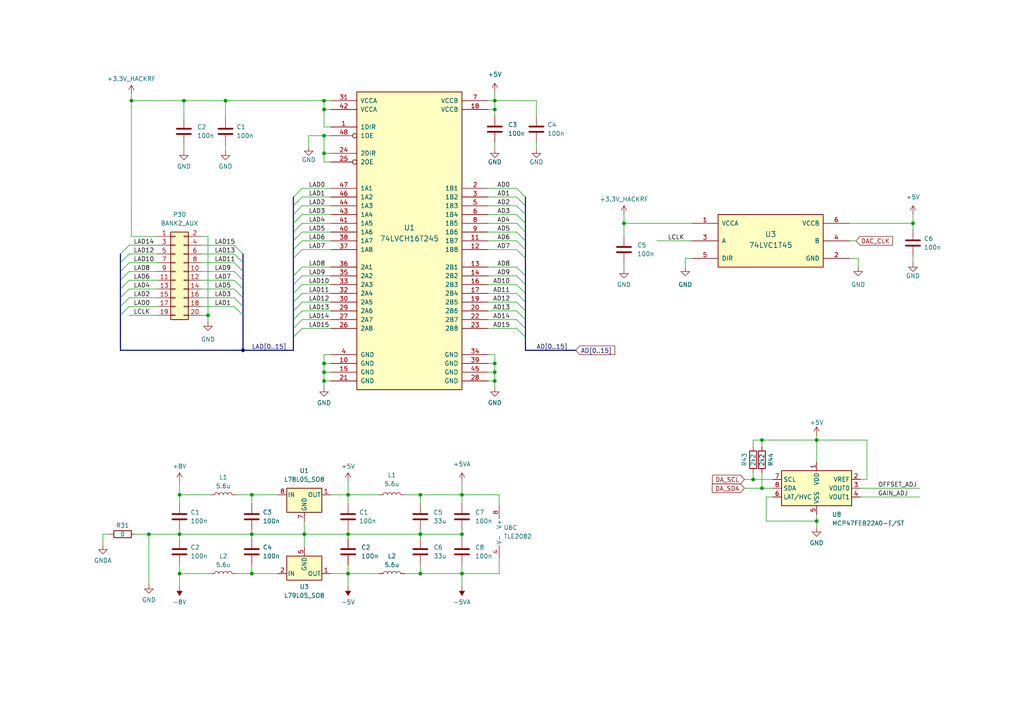
<source format=kicad_sch>
(kicad_sch (version 20230121) (generator eeschema)
  (paper "A4")
  (title_block (title "${TITLE}") (date "${DATE}") (rev "${VERSION}") (company "${COPYRIGHT}") (comment 1 "${LICENSE}") (comment 2 "VIDEO INTERFACE / POWER"))
  (lib_symbols
    (symbol "+3.3v_hackrf:+3.3V_HACKRF" (power) (pin_names (offset 0))
      (property "Value" "+3.3V_HACKRF" (at 0 5.08 0))
      (symbol "+3.3V_HACKRF_0_1"
        (polyline (pts (xy -0.762 1.27) (xy 0 2.54)))
        (polyline (pts (xy 0 0) (xy 0 2.54)))
        (polyline (pts (xy 0 2.54) (xy 0.762 1.27)))
      )
      (symbol "+3.3V_HACKRF_1_0"
        (pin power_in line (at 0 0 90) (length 0) hide (name "+3.3V_HACKRF") (number "1"))
      )
    )
    (symbol "74lvc16t245:74LVC16T245" (pin_names (offset 1.016))
      (property "Reference" "U1" (at 0 46.355 0))
      (property "Value" "74LVC16T245" (at 0 43.815 0))
      (symbol "74LVC16T245_1_1"
        (rectangle (start -15.24 41.91) (end 15.24 -44.45) (stroke (width 0.254)) (fill (type background)))
        (pin input line (at -22.86 31.75 0) (length 7.62) (name "1DIR") (number "1"))
        (pin power_in line (at -22.86 -36.83 0) (length 7.62) (name "GND") (number "10"))
        (pin bidirectional line (at 22.86 -1.27 180) (length 7.62) (name "1B7") (number "11"))
        (pin bidirectional line (at 22.86 -3.81 180) (length 7.62) (name "1B8") (number "12"))
        (pin bidirectional line (at 22.86 -8.89 180) (length 7.62) (name "2B1") (number "13"))
        (pin bidirectional line (at 22.86 -11.43 180) (length 7.62) (name "2B2") (number "14"))
        (pin power_in line (at -22.86 -39.37 0) (length 7.62) (name "GND") (number "15"))
        (pin bidirectional line (at 22.86 -13.97 180) (length 7.62) (name "2B3") (number "16"))
        (pin bidirectional line (at 22.86 -16.51 180) (length 7.62) (name "2B4") (number "17"))
        (pin power_in line (at 22.86 36.83 180) (length 7.62) (name "VCCB") (number "18"))
        (pin bidirectional line (at 22.86 -19.05 180) (length 7.62) (name "2B5") (number "19"))
        (pin bidirectional line (at 22.86 13.97 180) (length 7.62) (name "1B1") (number "2"))
        (pin bidirectional line (at 22.86 -21.59 180) (length 7.62) (name "2B6") (number "20"))
        (pin power_in line (at -22.86 -41.91 0) (length 7.62) (name "GND") (number "21"))
        (pin bidirectional line (at 22.86 -24.13 180) (length 7.62) (name "2B7") (number "22"))
        (pin bidirectional line (at 22.86 -26.67 180) (length 7.62) (name "2B8") (number "23"))
        (pin input line (at -22.86 24.13 0) (length 7.62) (name "2DIR") (number "24"))
        (pin input inverted (at -22.86 21.59 0) (length 7.62) (name "2OE") (number "25"))
        (pin bidirectional line (at -22.86 -26.67 0) (length 7.62) (name "2A8") (number "26"))
        (pin bidirectional line (at -22.86 -24.13 0) (length 7.62) (name "2A7") (number "27"))
        (pin power_in line (at 22.86 -41.91 180) (length 7.62) (name "GND") (number "28"))
        (pin bidirectional line (at -22.86 -21.59 0) (length 7.62) (name "2A6") (number "29"))
        (pin bidirectional line (at 22.86 11.43 180) (length 7.62) (name "1B2") (number "3"))
        (pin bidirectional line (at -22.86 -19.05 0) (length 7.62) (name "2A5") (number "30"))
        (pin power_in line (at -22.86 39.37 0) (length 7.62) (name "VCCA") (number "31"))
        (pin bidirectional line (at -22.86 -16.51 0) (length 7.62) (name "2A4") (number "32"))
        (pin bidirectional line (at -22.86 -13.97 0) (length 7.62) (name "2A3") (number "33"))
        (pin power_in line (at 22.86 -34.29 180) (length 7.62) (name "GND") (number "34"))
        (pin bidirectional line (at -22.86 -11.43 0) (length 7.62) (name "2A2") (number "35"))
        (pin bidirectional line (at -22.86 -8.89 0) (length 7.62) (name "2A1") (number "36"))
        (pin bidirectional line (at -22.86 -3.81 0) (length 7.62) (name "1A8") (number "37"))
        (pin bidirectional line (at -22.86 -1.27 0) (length 7.62) (name "1A7") (number "38"))
        (pin power_in line (at 22.86 -36.83 180) (length 7.62) (name "GND") (number "39"))
        (pin power_in line (at -22.86 -34.29 0) (length 7.62) (name "GND") (number "4"))
        (pin bidirectional line (at -22.86 1.27 0) (length 7.62) (name "1A6") (number "40"))
        (pin bidirectional line (at -22.86 3.81 0) (length 7.62) (name "1A5") (number "41"))
        (pin power_in line (at -22.86 36.83 0) (length 7.62) (name "VCCA") (number "42"))
        (pin bidirectional line (at -22.86 6.35 0) (length 7.62) (name "1A4") (number "43"))
        (pin bidirectional line (at -22.86 8.89 0) (length 7.62) (name "1A3") (number "44"))
        (pin power_in line (at 22.86 -39.37 180) (length 7.62) (name "GND") (number "45"))
        (pin bidirectional line (at -22.86 11.43 0) (length 7.62) (name "1A2") (number "46"))
        (pin bidirectional line (at -22.86 13.97 0) (length 7.62) (name "1A1") (number "47"))
        (pin input inverted (at -22.86 29.21 0) (length 7.62) (name "1OE") (number "48"))
        (pin bidirectional line (at 22.86 8.89 180) (length 7.62) (name "1B3") (number "5"))
        (pin bidirectional line (at 22.86 6.35 180) (length 7.62) (name "1B4") (number "6"))
        (pin power_in line (at 22.86 39.37 180) (length 7.62) (name "VCCB") (number "7"))
        (pin bidirectional line (at 22.86 3.81 180) (length 7.62) (name "1B5") (number "8"))
        (pin bidirectional line (at 22.86 1.27 180) (length 7.62) (name "1B6") (number "9"))
      )
    )
    (symbol "74lvc1t45:74LVC1T45" (pin_names (offset 1.016))
      (property "Reference" "U3" (at 1.27 12.065 0))
      (property "Value" "74LVC1T45" (at 1.27 9.525 0))
      (symbol "74LVC1T45_1_1"
        (rectangle (start -13.97 7.62) (end 16.51 -7.62) (stroke (width 0.254)) (fill (type background)))
        (pin power_in line (at -21.59 5.08 0) (length 7.62) (name "VCCA") (number "1"))
        (pin power_in line (at 24.13 -5.08 180) (length 7.62) (name "GND") (number "2"))
        (pin bidirectional line (at -21.59 0 0) (length 7.62) (name "A") (number "3"))
        (pin bidirectional line (at 24.13 0 180) (length 7.62) (name "B") (number "4"))
        (pin input line (at -21.59 -5.08 0) (length 7.62) (name "DIR") (number "5"))
        (pin power_in line (at 24.13 5.08 180) (length 7.62) (name "VCCB") (number "6"))
      )
    )
    (symbol "Amplifier_Operational:AD8620" (pin_names (offset 0.127))
      (property "Reference" "U" (at 0 5.08 0))
      (property "Value" "AD8620" (at 0 -5.08 0))
      (symbol "AD8620_1_1"
        (polyline (pts (xy -5.08 5.08) (xy 5.08 0) (xy -5.08 -5.08) (xy -5.08 5.08)) (stroke (width 0.254)) (fill (type background)))
        (pin output line (at 7.62 0 180) (length 2.54) (name "~") (number "1"))
        (pin input line (at -7.62 -2.54 0) (length 2.54) (name "-") (number "2"))
        (pin input line (at -7.62 2.54 0) (length 2.54) (name "+") (number "3"))
      )
      (symbol "AD8620_2_1"
        (polyline (pts (xy -5.08 5.08) (xy 5.08 0) (xy -5.08 -5.08) (xy -5.08 5.08)) (stroke (width 0.254)) (fill (type background)))
        (pin input line (at -7.62 2.54 0) (length 2.54) (name "+") (number "5"))
        (pin input line (at -7.62 -2.54 0) (length 2.54) (name "-") (number "6"))
        (pin output line (at 7.62 0 180) (length 2.54) (name "~") (number "7"))
      )
      (symbol "AD8620_3_1"
        (pin power_in line (at -2.54 -7.62 90) (length 3.81) (name "V-") (number "4"))
        (pin power_in line (at -2.54 7.62 270) (length 3.81) (name "V+") (number "8"))
      )
    )
    (symbol "Connector_Generic:Conn_02x10_Odd_Even" (pin_names (offset 1.016) hide)
      (property "Reference" "J" (at 1.27 12.7 0))
      (property "Value" "Conn_02x10_Odd_Even" (at 1.27 -15.24 0))
      (symbol "Conn_02x10_Odd_Even_1_1"
        (rectangle (start -1.27 -12.573) (end 0 -12.827) (stroke (width 0.1524)))
        (rectangle (start -1.27 -10.033) (end 0 -10.287) (stroke (width 0.1524)))
        (rectangle (start -1.27 -7.493) (end 0 -7.747) (stroke (width 0.1524)))
        (rectangle (start -1.27 -4.953) (end 0 -5.207) (stroke (width 0.1524)))
        (rectangle (start -1.27 -2.413) (end 0 -2.667) (stroke (width 0.1524)))
        (rectangle (start -1.27 0.127) (end 0 -0.127) (stroke (width 0.1524)))
        (rectangle (start -1.27 2.667) (end 0 2.413) (stroke (width 0.1524)))
        (rectangle (start -1.27 5.207) (end 0 4.953) (stroke (width 0.1524)))
        (rectangle (start -1.27 7.747) (end 0 7.493) (stroke (width 0.1524)))
        (rectangle (start -1.27 10.287) (end 0 10.033) (stroke (width 0.1524)))
        (rectangle (start -1.27 11.43) (end 3.81 -13.97) (stroke (width 0.254)) (fill (type background)))
        (rectangle (start 3.81 -12.573) (end 2.54 -12.827) (stroke (width 0.1524)))
        (rectangle (start 3.81 -10.033) (end 2.54 -10.287) (stroke (width 0.1524)))
        (rectangle (start 3.81 -7.493) (end 2.54 -7.747) (stroke (width 0.1524)))
        (rectangle (start 3.81 -4.953) (end 2.54 -5.207) (stroke (width 0.1524)))
        (rectangle (start 3.81 -2.413) (end 2.54 -2.667) (stroke (width 0.1524)))
        (rectangle (start 3.81 0.127) (end 2.54 -0.127) (stroke (width 0.1524)))
        (rectangle (start 3.81 2.667) (end 2.54 2.413) (stroke (width 0.1524)))
        (rectangle (start 3.81 5.207) (end 2.54 4.953) (stroke (width 0.1524)))
        (rectangle (start 3.81 7.747) (end 2.54 7.493) (stroke (width 0.1524)))
        (rectangle (start 3.81 10.287) (end 2.54 10.033) (stroke (width 0.1524)))
        (pin passive line (at -5.08 10.16 0) (length 3.81) (name "Pin_1") (number "1"))
        (pin passive line (at 7.62 0 180) (length 3.81) (name "Pin_10") (number "10"))
        (pin passive line (at -5.08 -2.54 0) (length 3.81) (name "Pin_11") (number "11"))
        (pin passive line (at 7.62 -2.54 180) (length 3.81) (name "Pin_12") (number "12"))
        (pin passive line (at -5.08 -5.08 0) (length 3.81) (name "Pin_13") (number "13"))
        (pin passive line (at 7.62 -5.08 180) (length 3.81) (name "Pin_14") (number "14"))
        (pin passive line (at -5.08 -7.62 0) (length 3.81) (name "Pin_15") (number "15"))
        (pin passive line (at 7.62 -7.62 180) (length 3.81) (name "Pin_16") (number "16"))
        (pin passive line (at -5.08 -10.16 0) (length 3.81) (name "Pin_17") (number "17"))
        (pin passive line (at 7.62 -10.16 180) (length 3.81) (name "Pin_18") (number "18"))
        (pin passive line (at -5.08 -12.7 0) (length 3.81) (name "Pin_19") (number "19"))
        (pin passive line (at 7.62 10.16 180) (length 3.81) (name "Pin_2") (number "2"))
        (pin passive line (at 7.62 -12.7 180) (length 3.81) (name "Pin_20") (number "20"))
        (pin passive line (at -5.08 7.62 0) (length 3.81) (name "Pin_3") (number "3"))
        (pin passive line (at 7.62 7.62 180) (length 3.81) (name "Pin_4") (number "4"))
        (pin passive line (at -5.08 5.08 0) (length 3.81) (name "Pin_5") (number "5"))
        (pin passive line (at 7.62 5.08 180) (length 3.81) (name "Pin_6") (number "6"))
        (pin passive line (at -5.08 2.54 0) (length 3.81) (name "Pin_7") (number "7"))
        (pin passive line (at 7.62 2.54 180) (length 3.81) (name "Pin_8") (number "8"))
        (pin passive line (at -5.08 0 0) (length 3.81) (name "Pin_9") (number "9"))
      )
    )
    (symbol "Device:C" (pin_numbers hide) (pin_names (offset 0.254))
      (property "Reference" "C" (at 0.635 2.54 0))
      (property "Value" "C" (at 0.635 -2.54 0))
      (symbol "C_0_1"
        (polyline (pts (xy -2.032 -0.762) (xy 2.032 -0.762)) (stroke (width 0.508)))
        (polyline (pts (xy -2.032 0.762) (xy 2.032 0.762)) (stroke (width 0.508)))
      )
      (symbol "C_1_1"
        (pin passive line (at 0 3.81 270) (length 2.794) (name "~") (number "1"))
        (pin passive line (at 0 -3.81 90) (length 2.794) (name "~") (number "2"))
      )
    )
    (symbol "Device:L" (pin_numbers hide) (pin_names (offset 1.016) hide)
      (property "Reference" "L" (at -1.27 0 90))
      (property "Value" "L" (at 1.905 0 90))
      (symbol "L_0_1"
        (arc (start 0 -2.54) (mid 0.6323 -1.905) (end 0 -1.27))
        (arc (start 0 -1.27) (mid 0.6323 -0.635) (end 0 0))
        (arc (start 0 0) (mid 0.6323 0.635) (end 0 1.27))
        (arc (start 0 1.27) (mid 0.6323 1.905) (end 0 2.54))
      )
      (symbol "L_1_1"
        (pin passive line (at 0 3.81 270) (length 1.27) (name "1") (number "1"))
        (pin passive line (at 0 -3.81 90) (length 1.27) (name "2") (number "2"))
      )
    )
    (symbol "Device:R" (pin_numbers hide) (pin_names (offset 0))
      (property "Reference" "R" (at 2.032 0 90))
      (property "Value" "R" (at 0 0 90))
      (symbol "R_0_1"
        (rectangle (start -1.016 -2.54) (end 1.016 2.54) (stroke (width 0.254)))
      )
      (symbol "R_1_1"
        (pin passive line (at 0 3.81 270) (length 1.27) (name "~") (number "1"))
        (pin passive line (at 0 -3.81 90) (length 1.27) (name "~") (number "2"))
      )
    )
    (symbol "Regulator_Linear:L78L05_SO8" (pin_names (offset 0.254))
      (property "Reference" "U" (at -3.81 3.175 0))
      (property "Value" "L78L05_SO8" (at 0 3.175 0))
      (symbol "L78L05_SO8_0_1"
        (rectangle (start -5.08 1.905) (end 5.08 -5.08) (stroke (width 0.254)) (fill (type background)))
      )
      (symbol "L78L05_SO8_1_1"
        (pin power_out line (at 7.62 0 180) (length 2.54) (name "OUT") (number "1"))
        (pin passive line (at 0 -7.62 90) (length 2.54) hide (name "GND") (number "2"))
        (pin passive line (at 0 -7.62 90) (length 2.54) hide (name "GND") (number "3"))
        (pin no_connect line (at -5.08 -2.54 0) (length 2.54) hide (name "NC") (number "4"))
        (pin no_connect line (at 5.08 -2.54 180) (length 2.54) hide (name "NC") (number "5"))
        (pin passive line (at 0 -7.62 90) (length 2.54) hide (name "GND") (number "6"))
        (pin power_in line (at 0 -7.62 90) (length 2.54) (name "GND") (number "7"))
        (pin power_in line (at -7.62 0 0) (length 2.54) (name "IN") (number "8"))
      )
    )
    (symbol "Regulator_Linear:L79L05_SO8" (pin_names (offset 0.254))
      (property "Reference" "U" (at -3.81 -3.175 0))
      (property "Value" "L79L05_SO8" (at 0 -3.175 0))
      (symbol "L79L05_SO8_0_1"
        (rectangle (start -5.08 5.08) (end 5.08 -1.905) (stroke (width 0.254)) (fill (type background)))
      )
      (symbol "L79L05_SO8_1_1"
        (pin power_out line (at 7.62 0 180) (length 2.54) (name "OUT") (number "1"))
        (pin power_in line (at -7.62 0 0) (length 2.54) (name "IN") (number "2"))
        (pin passive line (at -7.62 0 0) (length 2.54) hide (name "IN") (number "3"))
        (pin no_connect line (at 5.08 2.54 180) (length 2.54) hide (name "NC") (number "4"))
        (pin power_in line (at 0 7.62 270) (length 2.54) (name "GND") (number "5"))
        (pin passive line (at -7.62 0 0) (length 2.54) hide (name "IN") (number "6"))
        (pin passive line (at -7.62 0 0) (length 2.54) hide (name "IN") (number "7"))
        (pin no_connect line (at -5.08 2.54 0) (length 2.54) hide (name "NC") (number "8"))
      )
    )
    (symbol "mcp47febxx:MCP47FEBXX"
      (property "Reference" "U8" (at 21.59 6.35 0))
      (property "Value" "MCP47FEBXX" (at 10.16 6.35 0))
      (symbol "MCP47FEBXX_0_1"
        (rectangle (start -10.16 5.08) (end 10.16 -5.08) (stroke (width 0.254)) (fill (type background)))
      )
      (symbol "MCP47FEBXX_1_1"
        (pin power_in line (at 0 7.62 270) (length 2.54) (name "VDD") (number "1"))
        (pin output line (at 12.7 2.54 180) (length 2.54) (name "VREF") (number "2"))
        (pin output line (at 12.7 0 180) (length 2.54) (name "VOUT0") (number "3"))
        (pin output line (at 12.7 -2.54 180) (length 2.54) (name "VOUT1") (number "4"))
        (pin power_in line (at 0 -7.62 90) (length 2.54) (name "VSS") (number "5"))
        (pin input line (at -12.7 -2.54 0) (length 2.54) (name "LAT/HVC") (number "6"))
        (pin input line (at -12.7 2.54 0) (length 2.54) (name "SCL") (number "7"))
        (pin bidirectional line (at -12.7 0 0) (length 2.54) (name "SDA") (number "8"))
      )
    )
    (symbol "power:+5V" (power) (pin_names (offset 0))
      (property "Value" "+5V" (at 0 3.556 0))
      (symbol "+5V_0_1"
        (polyline (pts (xy -0.762 1.27) (xy 0 2.54)))
        (polyline (pts (xy 0 0) (xy 0 2.54)))
        (polyline (pts (xy 0 2.54) (xy 0.762 1.27)))
      )
      (symbol "+5V_1_1"
        (pin power_in line (at 0 0 90) (length 0) hide (name "+5V") (number "1"))
      )
    )
    (symbol "power:+5VA" (power) (pin_names (offset 0))
      (property "Value" "+5VA" (at 0 3.556 0))
      (symbol "+5VA_0_1"
        (polyline (pts (xy -0.762 1.27) (xy 0 2.54)))
        (polyline (pts (xy 0 0) (xy 0 2.54)))
        (polyline (pts (xy 0 2.54) (xy 0.762 1.27)))
      )
      (symbol "+5VA_1_1"
        (pin power_in line (at 0 0 90) (length 0) hide (name "+5VA") (number "1"))
      )
    )
    (symbol "power:+8V" (power) (pin_names (offset 0))
      (property "Value" "+8V" (at 0 3.556 0))
      (symbol "+8V_0_1"
        (polyline (pts (xy -0.762 1.27) (xy 0 2.54)))
        (polyline (pts (xy 0 0) (xy 0 2.54)))
        (polyline (pts (xy 0 2.54) (xy 0.762 1.27)))
      )
      (symbol "+8V_1_1"
        (pin power_in line (at 0 0 90) (length 0) hide (name "+8V") (number "1"))
      )
    )
    (symbol "power:-5V" (power) (pin_names (offset 0))
      (property "Value" "-5V" (at 0 3.81 0))
      (symbol "-5V_0_0"
        (pin power_in line (at 0 0 90) (length 0) hide (name "-5V") (number "1"))
      )
      (symbol "-5V_0_1"
        (polyline (pts (xy 0 0) (xy 0 1.27) (xy 0.762 1.27) (xy 0 2.54) (xy -0.762 1.27) (xy 0 1.27)) (fill (type outline)))
      )
    )
    (symbol "power:-5VA" (power) (pin_names (offset 0))
      (property "Value" "-5VA" (at 0 3.81 0))
      (symbol "-5VA_0_0"
        (pin power_in line (at 0 0 90) (length 0) hide (name "-5VA") (number "1"))
      )
      (symbol "-5VA_0_1"
        (polyline (pts (xy 0 0) (xy 0 1.27) (xy 0.762 1.27) (xy 0 2.54) (xy -0.762 1.27) (xy 0 1.27)) (fill (type outline)))
      )
    )
    (symbol "power:-8V" (power) (pin_names (offset 0))
      (property "Value" "-8V" (at 0 3.81 0))
      (symbol "-8V_0_0"
        (pin power_in line (at 0 0 90) (length 0) hide (name "-8V") (number "1"))
      )
      (symbol "-8V_0_1"
        (polyline (pts (xy 0 0) (xy 0 1.27) (xy 0.762 1.27) (xy 0 2.54) (xy -0.762 1.27) (xy 0 1.27)) (fill (type outline)))
      )
    )
    (symbol "power:GND" (power) (pin_names (offset 0))
      (property "Value" "GND" (at 0 -3.81 0))
      (symbol "GND_0_1"
        (polyline (pts (xy 0 0) (xy 0 -1.27) (xy 1.27 -1.27) (xy 0 -2.54) (xy -1.27 -1.27) (xy 0 -1.27)))
      )
      (symbol "GND_1_1"
        (pin power_in line (at 0 0 270) (length 0) hide (name "GND") (number "1"))
      )
    )
    (symbol "power:GNDA" (power) (pin_names (offset 0))
      (property "Value" "GNDA" (at 0 -3.81 0))
      (symbol "GNDA_0_1"
        (polyline (pts (xy 0 0) (xy 0 -1.27) (xy 1.27 -1.27) (xy 0 -2.54) (xy -1.27 -1.27) (xy 0 -1.27)))
      )
      (symbol "GNDA_1_1"
        (pin power_in line (at 0 0 270) (length 0) hide (name "GNDA") (number "1"))
      )
    )
  )
  (junction (at 100.965 154.94))
  (junction (at 121.92 154.94))
  (junction (at 133.985 143.51))
  (junction (at 93.98 29.21))
  (junction (at 133.985 154.94))
  (junction (at 43.18 154.94))
  (junction (at 143.51 31.75))
  (junction (at 93.98 39.37))
  (junction (at 180.975 64.77))
  (junction (at 65.405 29.21))
  (junction (at 52.07 166.37))
  (junction (at 60.325 91.44))
  (junction (at 88.265 154.94))
  (junction (at 52.07 154.94))
  (junction (at 93.98 44.45))
  (junction (at 236.855 127.635))
  (junction (at 70.485 101.6))
  (junction (at 93.98 110.49))
  (junction (at 53.34 29.21))
  (junction (at 121.92 143.51))
  (junction (at 93.98 31.75))
  (junction (at 93.98 107.95))
  (junction (at 143.51 29.21))
  (junction (at 133.985 166.37))
  (junction (at 100.965 143.51))
  (junction (at 143.51 107.95))
  (junction (at 121.92 166.37))
  (junction (at 100.965 166.37))
  (junction (at 220.98 141.605))
  (junction (at 143.51 105.41))
  (junction (at 220.98 127.635))
  (junction (at 218.44 139.065))
  (junction (at 73.025 154.94))
  (junction (at 52.07 143.51))
  (junction (at 93.98 105.41))
  (junction (at 264.795 64.77))
  (junction (at 73.025 166.37))
  (junction (at 143.51 110.49))
  (junction (at 38.1 29.21))
  (junction (at 236.855 151.13))
  (junction (at 73.025 143.51))
  (bus_entry (at 87.63 67.31) (size -2.54 2.54))
  (bus_entry (at 149.86 67.31) (size 2.54 2.54))
  (bus_entry (at 87.63 64.77) (size -2.54 2.54))
  (bus_entry (at 67.945 83.82) (size 2.54 2.54))
  (bus_entry (at 149.86 59.69) (size 2.54 2.54))
  (bus_entry (at 149.86 54.61) (size 2.54 2.54))
  (bus_entry (at 34.925 73.66) (size 2.54 -2.54))
  (bus_entry (at 34.925 83.82) (size 2.54 -2.54))
  (bus_entry (at 87.63 72.39) (size -2.54 2.54))
  (bus_entry (at 34.925 81.28) (size 2.54 -2.54))
  (bus_entry (at 87.63 69.85) (size -2.54 2.54))
  (bus_entry (at 149.86 95.25) (size 2.54 2.54))
  (bus_entry (at 34.925 88.9) (size 2.54 -2.54))
  (bus_entry (at 67.945 86.36) (size 2.54 2.54))
  (bus_entry (at 87.63 80.01) (size -2.54 2.54))
  (bus_entry (at 149.86 77.47) (size 2.54 2.54))
  (bus_entry (at 87.63 85.09) (size -2.54 2.54))
  (bus_entry (at 87.63 87.63) (size -2.54 2.54))
  (bus_entry (at 149.86 85.09) (size 2.54 2.54))
  (bus_entry (at 149.86 72.39) (size 2.54 2.54))
  (bus_entry (at 87.63 62.23) (size -2.54 2.54))
  (bus_entry (at 87.63 77.47) (size -2.54 2.54))
  (bus_entry (at 34.925 91.44) (size 2.54 -2.54))
  (bus_entry (at 34.925 86.36) (size 2.54 -2.54))
  (bus_entry (at 87.63 92.71) (size -2.54 2.54))
  (bus_entry (at 34.925 78.74) (size 2.54 -2.54))
  (bus_entry (at 149.86 87.63) (size 2.54 2.54))
  (bus_entry (at 67.945 73.66) (size 2.54 2.54))
  (bus_entry (at 67.945 81.28) (size 2.54 2.54))
  (bus_entry (at 149.86 62.23) (size 2.54 2.54))
  (bus_entry (at 87.63 57.15) (size -2.54 2.54))
  (bus_entry (at 87.63 54.61) (size -2.54 2.54))
  (bus_entry (at 149.86 57.15) (size 2.54 2.54))
  (bus_entry (at 67.945 78.74) (size 2.54 2.54))
  (bus_entry (at 87.63 59.69) (size -2.54 2.54))
  (bus_entry (at 149.86 92.71) (size 2.54 2.54))
  (bus_entry (at 87.63 82.55) (size -2.54 2.54))
  (bus_entry (at 149.86 64.77) (size 2.54 2.54))
  (bus_entry (at 149.86 82.55) (size 2.54 2.54))
  (bus_entry (at 67.945 88.9) (size 2.54 2.54))
  (bus_entry (at 67.945 76.2) (size 2.54 2.54))
  (bus_entry (at 149.86 80.01) (size 2.54 2.54))
  (bus_entry (at 87.63 95.25) (size -2.54 2.54))
  (bus_entry (at 67.945 71.12) (size 2.54 2.54))
  (bus_entry (at 149.86 90.17) (size 2.54 2.54))
  (bus_entry (at 149.86 69.85) (size 2.54 2.54))
  (bus_entry (at 34.925 76.2) (size 2.54 -2.54))
  (bus_entry (at 87.63 90.17) (size -2.54 2.54))
  (wire (pts (xy 149.86 90.17) (xy 141.605 90.17)))
  (wire (pts (xy 93.98 44.45) (xy 95.885 44.45)))
  (bus (pts (xy 152.4 80.01) (xy 152.4 74.93)))
  (wire (pts (xy 141.605 31.75) (xy 143.51 31.75)))
  (wire (pts (xy 236.855 151.13) (xy 236.855 149.225)))
  (wire (pts (xy 149.86 77.47) (xy 141.605 77.47)))
  (wire (pts (xy 149.86 85.09) (xy 141.605 85.09)))
  (wire (pts (xy 58.42 81.28) (xy 67.945 81.28)))
  (wire (pts (xy 220.98 141.605) (xy 224.155 141.605)))
  (wire (pts (xy 87.63 82.55) (xy 95.885 82.55)))
  (wire (pts (xy 87.63 67.31) (xy 95.885 67.31)))
  (wire (pts (xy 100.965 153.67) (xy 100.965 154.94)))
  (wire (pts (xy 117.475 166.37) (xy 121.92 166.37)))
  (wire (pts (xy 89.535 39.37) (xy 89.535 42.545)))
  (wire (pts (xy 93.98 39.37) (xy 89.535 39.37)))
  (wire (pts (xy 52.07 143.51) (xy 60.96 143.51)))
  (wire (pts (xy 93.98 105.41) (xy 93.98 107.95)))
  (wire (pts (xy 58.42 88.9) (xy 67.945 88.9)))
  (bus (pts (xy 152.4 95.25) (xy 152.4 92.71)))
  (bus (pts (xy 85.09 69.85) (xy 85.09 67.31)))
  (bus (pts (xy 152.4 62.23) (xy 152.4 59.69)))
  (wire (pts (xy 73.025 143.51) (xy 80.645 143.51)))
  (wire (pts (xy 149.86 57.15) (xy 141.605 57.15)))
  (wire (pts (xy 53.34 29.21) (xy 38.1 29.21)))
  (wire (pts (xy 149.86 59.69) (xy 141.605 59.69)))
  (wire (pts (xy 93.98 102.87) (xy 93.98 105.41)))
  (wire (pts (xy 249.555 141.605) (xy 266.7 141.605)))
  (bus (pts (xy 152.4 97.79) (xy 152.4 95.25)))
  (wire (pts (xy 143.51 110.49) (xy 143.51 112.395)))
  (bus (pts (xy 152.4 85.09) (xy 152.4 82.55)))
  (wire (pts (xy 87.63 54.61) (xy 95.885 54.61)))
  (bus (pts (xy 85.09 80.01) (xy 85.09 74.93)))
  (bus (pts (xy 85.09 59.69) (xy 85.09 57.15)))
  (wire (pts (xy 68.58 166.37) (xy 73.025 166.37)))
  (wire (pts (xy 52.07 154.94) (xy 52.07 156.21)))
  (wire (pts (xy 100.965 139.7) (xy 100.965 143.51)))
  (bus (pts (xy 70.485 91.44) (xy 70.485 101.6)))
  (wire (pts (xy 93.98 29.21) (xy 95.885 29.21)))
  (wire (pts (xy 133.985 166.37) (xy 133.985 170.18)))
  (wire (pts (xy 224.155 144.145) (xy 222.25 144.145)))
  (wire (pts (xy 121.92 154.94) (xy 133.985 154.94)))
  (bus (pts (xy 85.09 95.25) (xy 85.09 92.71)))
  (wire (pts (xy 93.98 31.75) (xy 93.98 29.21)))
  (wire (pts (xy 38.1 29.21) (xy 38.1 68.58)))
  (wire (pts (xy 73.025 154.94) (xy 73.025 156.21)))
  (wire (pts (xy 236.855 127.635) (xy 236.855 133.985)))
  (wire (pts (xy 87.63 92.71) (xy 95.885 92.71)))
  (bus (pts (xy 152.4 101.6) (xy 152.4 97.79)))
  (wire (pts (xy 149.86 92.71) (xy 141.605 92.71)))
  (wire (pts (xy 65.405 41.91) (xy 65.405 43.815)))
  (bus (pts (xy 152.4 92.71) (xy 152.4 90.17)))
  (wire (pts (xy 144.78 143.51) (xy 144.78 146.685)))
  (wire (pts (xy 100.965 170.18) (xy 100.965 166.37)))
  (wire (pts (xy 95.885 46.99) (xy 93.98 46.99)))
  (bus (pts (xy 152.4 82.55) (xy 152.4 80.01)))
  (wire (pts (xy 53.34 29.21) (xy 53.34 34.29)))
  (wire (pts (xy 149.86 67.31) (xy 141.605 67.31)))
  (bus (pts (xy 152.4 90.17) (xy 152.4 87.63)))
  (wire (pts (xy 53.34 41.91) (xy 53.34 43.815)))
  (wire (pts (xy 133.985 166.37) (xy 144.78 166.37)))
  (wire (pts (xy 121.92 166.37) (xy 121.92 163.83)))
  (wire (pts (xy 143.51 105.41) (xy 141.605 105.41)))
  (wire (pts (xy 52.07 146.05) (xy 52.07 143.51)))
  (wire (pts (xy 220.98 129.54) (xy 220.98 127.635)))
  (wire (pts (xy 144.78 166.37) (xy 144.78 161.925)))
  (wire (pts (xy 58.42 76.2) (xy 67.945 76.2)))
  (wire (pts (xy 38.1 27.305) (xy 38.1 29.21)))
  (wire (pts (xy 100.965 163.83) (xy 100.965 166.37)))
  (wire (pts (xy 52.07 166.37) (xy 60.96 166.37)))
  (bus (pts (xy 70.485 88.9) (xy 70.485 91.44)))
  (wire (pts (xy 95.885 166.37) (xy 100.965 166.37)))
  (bus (pts (xy 85.09 74.93) (xy 85.09 72.39)))
  (wire (pts (xy 37.465 88.9) (xy 45.72 88.9)))
  (bus (pts (xy 70.485 78.74) (xy 70.485 81.28)))
  (wire (pts (xy 155.575 41.275) (xy 155.575 43.18)))
  (wire (pts (xy 246.38 64.77) (xy 264.795 64.77)))
  (wire (pts (xy 248.92 74.93) (xy 248.92 77.47)))
  (wire (pts (xy 88.265 154.94) (xy 88.265 158.75)))
  (wire (pts (xy 45.72 68.58) (xy 38.1 68.58)))
  (wire (pts (xy 133.985 166.37) (xy 133.985 163.83)))
  (bus (pts (xy 85.09 101.6) (xy 70.485 101.6)))
  (wire (pts (xy 37.465 71.12) (xy 45.72 71.12)))
  (wire (pts (xy 222.25 151.13) (xy 236.855 151.13)))
  (bus (pts (xy 152.4 69.85) (xy 152.4 67.31)))
  (wire (pts (xy 58.42 83.82) (xy 67.945 83.82)))
  (bus (pts (xy 85.09 90.17) (xy 85.09 87.63)))
  (wire (pts (xy 68.58 143.51) (xy 73.025 143.51)))
  (wire (pts (xy 121.92 143.51) (xy 121.92 146.05)))
  (wire (pts (xy 53.34 29.21) (xy 65.405 29.21)))
  (bus (pts (xy 152.4 67.31) (xy 152.4 64.77)))
  (wire (pts (xy 264.795 64.77) (xy 264.795 66.675)))
  (wire (pts (xy 141.605 102.87) (xy 143.51 102.87)))
  (wire (pts (xy 73.025 154.94) (xy 88.265 154.94)))
  (wire (pts (xy 93.98 31.75) (xy 95.885 31.75)))
  (wire (pts (xy 93.98 107.95) (xy 95.885 107.95)))
  (wire (pts (xy 73.025 153.67) (xy 73.025 154.94)))
  (wire (pts (xy 200.66 74.93) (xy 198.755 74.93)))
  (wire (pts (xy 149.86 69.85) (xy 141.605 69.85)))
  (wire (pts (xy 37.465 73.66) (xy 45.72 73.66)))
  (wire (pts (xy 180.975 62.23) (xy 180.975 64.77)))
  (wire (pts (xy 73.025 143.51) (xy 73.025 146.05)))
  (wire (pts (xy 87.63 59.69) (xy 95.885 59.69)))
  (wire (pts (xy 141.605 29.21) (xy 143.51 29.21)))
  (bus (pts (xy 34.925 73.66) (xy 34.925 76.2)))
  (wire (pts (xy 52.07 154.94) (xy 73.025 154.94)))
  (bus (pts (xy 85.09 67.31) (xy 85.09 64.77)))
  (wire (pts (xy 87.63 77.47) (xy 95.885 77.47)))
  (bus (pts (xy 34.925 86.36) (xy 34.925 88.9)))
  (wire (pts (xy 43.18 154.94) (xy 39.37 154.94)))
  (wire (pts (xy 246.38 74.93) (xy 248.92 74.93)))
  (wire (pts (xy 218.44 137.16) (xy 218.44 139.065)))
  (wire (pts (xy 121.92 143.51) (xy 133.985 143.51)))
  (wire (pts (xy 133.985 143.51) (xy 133.985 146.05)))
  (bus (pts (xy 85.09 64.77) (xy 85.09 62.23)))
  (bus (pts (xy 85.09 62.23) (xy 85.09 59.69)))
  (wire (pts (xy 246.38 69.85) (xy 248.285 69.85)))
  (wire (pts (xy 117.475 143.51) (xy 121.92 143.51)))
  (wire (pts (xy 190.5 69.85) (xy 200.66 69.85)))
  (wire (pts (xy 87.63 57.15) (xy 95.885 57.15)))
  (wire (pts (xy 133.985 139.7) (xy 133.985 143.51)))
  (wire (pts (xy 143.51 26.67) (xy 143.51 29.21)))
  (bus (pts (xy 70.485 81.28) (xy 70.485 83.82)))
  (wire (pts (xy 236.855 126.365) (xy 236.855 127.635)))
  (wire (pts (xy 93.98 36.83) (xy 93.98 31.75)))
  (wire (pts (xy 249.555 139.065) (xy 251.46 139.065)))
  (wire (pts (xy 60.325 68.58) (xy 58.42 68.58)))
  (wire (pts (xy 31.75 154.94) (xy 29.845 154.94)))
  (wire (pts (xy 93.98 105.41) (xy 95.885 105.41)))
  (wire (pts (xy 251.46 139.065) (xy 251.46 127.635)))
  (wire (pts (xy 58.42 71.12) (xy 67.945 71.12)))
  (bus (pts (xy 85.09 85.09) (xy 85.09 82.55)))
  (wire (pts (xy 251.46 127.635) (xy 236.855 127.635)))
  (wire (pts (xy 100.965 146.05) (xy 100.965 143.51)))
  (wire (pts (xy 88.265 151.13) (xy 88.265 154.94)))
  (wire (pts (xy 37.465 76.2) (xy 45.72 76.2)))
  (wire (pts (xy 222.25 144.145) (xy 222.25 151.13)))
  (bus (pts (xy 34.925 88.9) (xy 34.925 91.44)))
  (wire (pts (xy 87.63 87.63) (xy 95.885 87.63)))
  (wire (pts (xy 43.18 154.94) (xy 43.18 169.545)))
  (wire (pts (xy 149.86 87.63) (xy 141.605 87.63)))
  (wire (pts (xy 180.975 64.77) (xy 200.66 64.77)))
  (wire (pts (xy 143.51 107.95) (xy 141.605 107.95)))
  (wire (pts (xy 95.885 143.51) (xy 100.965 143.51)))
  (bus (pts (xy 70.485 83.82) (xy 70.485 86.36)))
  (wire (pts (xy 73.025 166.37) (xy 80.645 166.37)))
  (bus (pts (xy 152.4 101.6) (xy 167.005 101.6)))
  (bus (pts (xy 34.925 81.28) (xy 34.925 83.82)))
  (wire (pts (xy 198.755 74.93) (xy 198.755 77.47)))
  (wire (pts (xy 143.51 107.95) (xy 143.51 110.49)))
  (wire (pts (xy 60.325 91.44) (xy 60.325 93.345)))
  (wire (pts (xy 121.92 166.37) (xy 133.985 166.37)))
  (wire (pts (xy 87.63 85.09) (xy 95.885 85.09)))
  (wire (pts (xy 218.44 139.065) (xy 224.155 139.065)))
  (wire (pts (xy 37.465 81.28) (xy 45.72 81.28)))
  (wire (pts (xy 149.86 62.23) (xy 141.605 62.23)))
  (wire (pts (xy 143.51 29.21) (xy 155.575 29.21)))
  (bus (pts (xy 70.485 76.2) (xy 70.485 78.74)))
  (wire (pts (xy 149.86 72.39) (xy 141.605 72.39)))
  (wire (pts (xy 87.63 80.01) (xy 95.885 80.01)))
  (wire (pts (xy 88.265 154.94) (xy 100.965 154.94)))
  (wire (pts (xy 143.51 29.21) (xy 143.51 31.75)))
  (wire (pts (xy 93.98 29.21) (xy 65.405 29.21)))
  (wire (pts (xy 58.42 73.66) (xy 67.945 73.66)))
  (wire (pts (xy 180.975 76.2) (xy 180.975 78.105)))
  (wire (pts (xy 93.98 46.99) (xy 93.98 44.45)))
  (bus (pts (xy 85.09 97.79) (xy 85.09 95.25)))
  (wire (pts (xy 180.975 64.77) (xy 180.975 68.58)))
  (wire (pts (xy 249.555 144.145) (xy 266.7 144.145)))
  (wire (pts (xy 87.63 90.17) (xy 95.885 90.17)))
  (wire (pts (xy 58.42 86.36) (xy 67.945 86.36)))
  (wire (pts (xy 93.98 107.95) (xy 93.98 110.49)))
  (wire (pts (xy 100.965 154.94) (xy 121.92 154.94)))
  (bus (pts (xy 85.09 101.6) (xy 85.09 97.79)))
  (wire (pts (xy 87.63 69.85) (xy 95.885 69.85)))
  (wire (pts (xy 95.885 36.83) (xy 93.98 36.83)))
  (wire (pts (xy 93.98 110.49) (xy 93.98 112.395)))
  (bus (pts (xy 152.4 72.39) (xy 152.4 69.85)))
  (bus (pts (xy 152.4 64.77) (xy 152.4 62.23)))
  (wire (pts (xy 58.42 78.74) (xy 67.945 78.74)))
  (bus (pts (xy 70.485 86.36) (xy 70.485 88.9)))
  (bus (pts (xy 152.4 59.69) (xy 152.4 57.15)))
  (bus (pts (xy 34.925 78.74) (xy 34.925 81.28)))
  (wire (pts (xy 121.92 154.94) (xy 121.92 156.21)))
  (wire (pts (xy 52.07 153.67) (xy 52.07 154.94)))
  (bus (pts (xy 85.09 87.63) (xy 85.09 85.09)))
  (wire (pts (xy 37.465 86.36) (xy 45.72 86.36)))
  (wire (pts (xy 236.855 151.13) (xy 236.855 153.035)))
  (wire (pts (xy 133.985 143.51) (xy 144.78 143.51)))
  (wire (pts (xy 155.575 29.21) (xy 155.575 33.655)))
  (wire (pts (xy 87.63 95.25) (xy 95.885 95.25)))
  (wire (pts (xy 133.985 153.67) (xy 133.985 154.94)))
  (wire (pts (xy 143.51 105.41) (xy 143.51 107.95)))
  (bus (pts (xy 70.485 73.66) (xy 70.485 76.2)))
  (bus (pts (xy 152.4 74.93) (xy 152.4 72.39)))
  (wire (pts (xy 143.51 31.75) (xy 143.51 33.655)))
  (wire (pts (xy 149.86 82.55) (xy 141.605 82.55)))
  (bus (pts (xy 85.09 82.55) (xy 85.09 80.01)))
  (wire (pts (xy 149.86 64.77) (xy 141.605 64.77)))
  (wire (pts (xy 87.63 72.39) (xy 95.885 72.39)))
  (wire (pts (xy 37.465 78.74) (xy 45.72 78.74)))
  (wire (pts (xy 220.98 127.635) (xy 236.855 127.635)))
  (wire (pts (xy 133.985 154.94) (xy 133.985 156.21)))
  (wire (pts (xy 215.9 141.605) (xy 220.98 141.605)))
  (wire (pts (xy 264.795 62.23) (xy 264.795 64.77)))
  (wire (pts (xy 143.51 102.87) (xy 143.51 105.41)))
  (wire (pts (xy 215.9 139.065) (xy 218.44 139.065)))
  (wire (pts (xy 149.86 54.61) (xy 141.605 54.61)))
  (wire (pts (xy 52.07 166.37) (xy 52.07 170.18)))
  (wire (pts (xy 65.405 29.21) (xy 65.405 34.29)))
  (wire (pts (xy 264.795 74.295) (xy 264.795 76.2)))
  (wire (pts (xy 220.98 137.16) (xy 220.98 141.605)))
  (bus (pts (xy 34.925 76.2) (xy 34.925 78.74)))
  (wire (pts (xy 95.885 102.87) (xy 93.98 102.87)))
  (bus (pts (xy 34.925 101.6) (xy 70.485 101.6)))
  (wire (pts (xy 220.98 127.635) (xy 218.44 127.635)))
  (wire (pts (xy 52.07 163.83) (xy 52.07 166.37)))
  (wire (pts (xy 52.07 154.94) (xy 43.18 154.94)))
  (wire (pts (xy 37.465 83.82) (xy 45.72 83.82)))
  (wire (pts (xy 93.98 39.37) (xy 93.98 44.45)))
  (wire (pts (xy 93.98 110.49) (xy 95.885 110.49)))
  (wire (pts (xy 100.965 143.51) (xy 109.855 143.51)))
  (wire (pts (xy 29.845 154.94) (xy 29.845 158.115)))
  (wire (pts (xy 143.51 41.275) (xy 143.51 43.18)))
  (bus (pts (xy 85.09 72.39) (xy 85.09 69.85)))
  (wire (pts (xy 143.51 110.49) (xy 141.605 110.49)))
  (wire (pts (xy 73.025 163.83) (xy 73.025 166.37)))
  (wire (pts (xy 60.325 91.44) (xy 60.325 68.58)))
  (bus (pts (xy 152.4 87.63) (xy 152.4 85.09)))
  (wire (pts (xy 218.44 127.635) (xy 218.44 129.54)))
  (bus (pts (xy 34.925 83.82) (xy 34.925 86.36)))
  (wire (pts (xy 100.965 166.37) (xy 109.855 166.37)))
  (wire (pts (xy 52.07 139.7) (xy 52.07 143.51)))
  (wire (pts (xy 149.86 95.25) (xy 141.605 95.25)))
  (wire (pts (xy 149.86 80.01) (xy 141.605 80.01)))
  (wire (pts (xy 100.965 154.94) (xy 100.965 156.21)))
  (wire (pts (xy 37.465 91.44) (xy 45.72 91.44)))
  (wire (pts (xy 87.63 64.77) (xy 95.885 64.77)))
  (wire (pts (xy 121.92 153.67) (xy 121.92 154.94)))
  (bus (pts (xy 85.09 92.71) (xy 85.09 90.17)))
  (wire (pts (xy 87.63 62.23) (xy 95.885 62.23)))
  (wire (pts (xy 58.42 91.44) (xy 60.325 91.44)))
  (wire (pts (xy 95.885 39.37) (xy 93.98 39.37)))
  (bus (pts (xy 34.925 91.44) (xy 34.925 101.6)))
  (label "LAD1" (at 89.535 57.15 0))
  (label "GAIN_ADJ" (at 254.635 144.145 0))
  (label "LAD4" (at 89.535 64.77 0))
  (label "LAD7" (at 62.23 81.28 0))
  (label "AD3" (at 147.955 62.23 180))
  (label "AD15" (at 147.955 95.25 180))
  (label "LAD12" (at 89.535 87.63 0))
  (label "LAD11" (at 89.535 85.09 0))
  (label "AD6" (at 147.955 69.85 180))
  (label "LAD8" (at 89.535 77.47 0))
  (label "AD10" (at 147.955 82.55 180))
  (label "LAD14" (at 38.735 71.12 0))
  (label "AD[0..15]" (at 155.575 101.6 0))
  (label "AD11" (at 147.955 85.09 180))
  (label "LAD9" (at 89.535 80.01 0))
  (label "LCLK" (at 193.675 69.85 0))
  (label "LAD3" (at 62.23 86.36 0))
  (label "LAD6" (at 89.535 69.85 0))
  (label "LAD0" (at 38.735 88.9 0))
  (label "LAD13" (at 89.535 90.17 0))
  (label "AD9" (at 147.955 80.01 180))
  (label "LAD14" (at 89.535 92.71 0))
  (label "LAD[0..15]" (at 73.025 101.6 0))
  (label "AD4" (at 147.955 64.77 180))
  (label "LAD0" (at 89.535 54.61 0))
  (label "LAD1" (at 62.23 88.9 0))
  (label "AD7" (at 147.955 72.39 180))
  (label "AD8" (at 147.955 77.47 180))
  (label "AD14" (at 147.955 92.71 180))
  (label "AD2" (at 147.955 59.69 180))
  (label "LAD10" (at 38.735 76.2 0))
  (label "LAD5" (at 62.23 83.82 0))
  (label "LAD4" (at 38.735 83.82 0))
  (label "LAD8" (at 38.735 78.74 0))
  (label "LAD12" (at 38.735 73.66 0))
  (label "LAD7" (at 89.535 72.39 0))
  (label "LAD5" (at 89.535 67.31 0))
  (label "LAD15" (at 62.23 71.12 0))
  (label "AD13" (at 147.955 90.17 180))
  (label "AD1" (at 147.955 57.15 180))
  (label "LCLK" (at 38.735 91.44 0))
  (label "LAD3" (at 89.535 62.23 0))
  (label "LAD11" (at 62.23 76.2 0))
  (label "OFFSET_ADJ" (at 254.635 141.605 0))
  (label "LAD2" (at 38.735 86.36 0))
  (label "LAD10" (at 89.535 82.55 0))
  (label "AD0" (at 147.955 54.61 180))
  (label "LAD15" (at 89.535 95.25 0))
  (label "LAD2" (at 89.535 59.69 0))
  (label "AD12" (at 147.955 87.63 180))
  (label "LAD13" (at 62.23 73.66 0))
  (label "LAD9" (at 62.23 78.74 0))
  (label "LAD6" (at 38.735 81.28 0))
  (label "AD5" (at 147.955 67.31 180))
  (global_label "AD[0..15]" (shape input) (at 167.005 101.6 0) (property "Intersheetrefs" "${INTERSHEET_REFS}" (effects hide)))
  (global_label "DAC_CLK" (shape input) (at 248.285 69.85 0) (property "Intersheetrefs" "${INTERSHEET_REFS}" (effects hide)))
  (global_label "DA_SCL" (shape input) (at 215.9 139.065 180) (property "Intersheetrefs" "${INTERSHEET_REFS}" (effects hide)))
  (global_label "DA_SDA" (shape input) (at 215.9 141.605 180) (property "Intersheetrefs" "${INTERSHEET_REFS}" (effects hide)))
  (symbol (lib_id "Device:C") (at 100.965 149.86 0) (unit 1)
    (property "Reference" "C1" (at 104.14 148.59 0) (effects (justify left)))
    (property "Value" "100n" (at 104.14 151.13 0) (effects (justify left)))
    (property "Footprint" "Capacitor_SMD:C_0603_1608Metric" (effects hide))
    (instances (project "dacattac-alpha" (path "" (reference "C1") (unit 1)) (path "" (reference "C9") (unit 1)) (path "" (reference "C77") (unit 1))))
  )
  (symbol (lib_id "power:+5V") (at 143.51 26.67 0) (unit 1)
    (property "Reference" "#PWR087" (effects hide))
    (property "Value" "+5V" (at 143.51 21.59 0))
  )
  (symbol (lib_id "power:+5V") (at 236.855 126.365 0) (unit 1)
    (property "Reference" "#PWR050" (effects hide))
    (property "Value" "+5V" (at 236.855 122.555 0))
    (instances (project "dacattac-alpha" (path "" (reference "#PWR050") (unit 1)) (path "" (reference "#PWR0114") (unit 1))))
  )
  (symbol (lib_id "power:GND") (at 248.92 77.47 0) (unit 1)
    (property "Reference" "#PWR0100" (effects hide))
    (property "Value" "GND" (at 248.92 82.55 0))
  )
  (symbol (lib_id "Device:C") (at 143.51 37.465 0) (unit 1)
    (property "Reference" "C3" (at 147.32 36.195 0) (effects (justify left)))
    (property "Value" "100n" (at 147.32 38.735 0) (effects (justify left)))
    (property "Footprint" "Capacitor_SMD:C_0603_1608Metric" (effects hide))
  )
  (symbol (lib_id "power:GND") (at 198.755 77.47 0) (unit 1)
    (property "Reference" "#PWR099" (effects hide))
    (property "Value" "GND" (at 198.755 82.55 0))
  )
  (symbol (lib_id "Device:L") (at 113.665 143.51 90) (unit 1)
    (property "Reference" "L1" (at 113.665 137.795 90))
    (property "Value" "5.6u" (at 113.665 140.335 90))
    (property "Footprint" "Inductor_SMD:L_1210_3225Metric" (effects hide))
    (instances (project "dacattac-alpha" (path "" (reference "L1") (unit 1)) (path "" (reference "L3") (unit 1)) (path "" (reference "L21") (unit 1))))
  )
  (symbol (lib_id "Device:L") (at 64.77 143.51 90) (unit 1)
    (property "Reference" "L1" (at 64.77 138.43 90))
    (property "Value" "5.6u" (at 64.77 140.97 90))
    (property "Footprint" "Inductor_SMD:L_1210_3225Metric" (effects hide))
    (instances (project "dacattac-alpha" (path "" (reference "L1") (unit 1)) (path "" (reference "L1") (unit 1)) (path "" (reference "L17") (unit 1))))
  )
  (symbol (lib_id "power:GND") (at 53.34 43.815 0) (unit 1)
    (property "Reference" "#PWR07" (effects hide))
    (property "Value" "GND" (at 53.34 48.26 0))
  )
  (symbol (lib_id "Device:C") (at 180.975 72.39 0) (unit 1)
    (property "Reference" "C5" (at 184.785 71.12 0) (effects (justify left)))
    (property "Value" "100n" (at 184.785 73.66 0) (effects (justify left)))
    (property "Footprint" "Capacitor_SMD:C_0603_1608Metric" (effects hide))
  )
  (symbol (lib_id "Regulator_Linear:L79L05_SO8") (at 88.265 166.37 0) (unit 1)
    (property "Reference" "U3" (at 88.265 170.18 0))
    (property "Value" "L79L05_SO8" (at 88.265 172.72 0))
    (property "Footprint" "Package_SO:SOIC-8_3.9x4.9mm_P1.27mm" (effects hide))
    (property "Datasheet" "http://www.farnell.com/datasheets/1827870.pdf" (effects hide))
    (instances (project "dacattac-alpha" (path "" (reference "U3") (unit 1)) (path "" (reference "U3") (unit 1)) (path "" (reference "U14") (unit 1))))
  )
  (symbol (lib_id "power:+8V") (at 52.07 139.7 0) (unit 1)
    (property "Reference" "#PWR091" (effects hide))
    (property "Value" "+8V" (at 52.07 135.255 0))
  )
  (symbol (lib_id "power:GND") (at 43.18 169.545 0) (mirror y) (unit 1)
    (property "Reference" "#PWR03" (effects hide))
    (property "Value" "GND" (at 43.18 173.99 0))
    (instances (project "dacattac-alpha" (path "" (reference "#PWR03") (unit 1)) (path "" (reference "#PWR086") (unit 1))))
  )
  (symbol (lib_id "Device:C") (at 155.575 37.465 0) (unit 1)
    (property "Reference" "C4" (at 158.75 36.195 0) (effects (justify left)))
    (property "Value" "100n" (at 158.75 38.735 0) (effects (justify left)))
    (property "Footprint" "Capacitor_SMD:C_0603_1608Metric" (effects hide))
  )
  (symbol (lib_id "Device:C") (at 73.025 160.02 0) (unit 1)
    (property "Reference" "C4" (at 76.2 158.75 0) (effects (justify left)))
    (property "Value" "100n" (at 76.2 161.29 0) (effects (justify left)))
    (property "Footprint" "Capacitor_SMD:C_0603_1608Metric" (effects hide))
    (instances (project "dacattac-alpha" (path "" (reference "C4") (unit 1)) (path "" (reference "C4") (unit 1)) (path "" (reference "C74") (unit 1))))
  )
  (symbol (lib_id "Device:C") (at 53.34 38.1 0) (unit 1)
    (property "Reference" "C2" (at 57.15 36.83 0) (effects (justify left)))
    (property "Value" "100n" (at 57.15 39.37 0) (effects (justify left)))
    (property "Footprint" "Capacitor_SMD:C_0603_1608Metric" (effects hide))
  )
  (symbol (lib_id "Device:C") (at 52.07 160.02 0) (unit 1)
    (property "Reference" "C2" (at 55.245 158.75 0) (effects (justify left)))
    (property "Value" "100n" (at 55.245 161.29 0) (effects (justify left)))
    (property "Footprint" "Capacitor_SMD:C_0603_1608Metric" (effects hide))
    (instances (project "dacattac-alpha" (path "" (reference "C2") (unit 1)) (path "" (reference "C2") (unit 1)) (path "" (reference "C72") (unit 1))))
  )
  (symbol (lib_id "power:GND") (at 143.51 112.395 0) (mirror y) (unit 1)
    (property "Reference" "#PWR05" (effects hide))
    (property "Value" "GND" (at 143.51 116.84 0))
  )
  (symbol (lib_id "Device:R") (at 218.44 133.35 0) (unit 1)
    (property "Reference" "R43" (at 215.9 135.255 90) (effects (justify left)))
    (property "Value" "2k2" (at 218.44 135.255 90) (effects (justify left)))
    (property "Footprint" "Resistor_SMD:R_0603_1608Metric" (effects hide))
    (instances (project "dacattac-alpha" (path "" (reference "R43") (unit 1)) (path "" (reference "R61") (unit 1))))
  )
  (symbol (lib_id "Device:C") (at 100.965 160.02 0) (unit 1)
    (property "Reference" "C2" (at 104.775 158.75 0) (effects (justify left)))
    (property "Value" "100n" (at 104.775 161.29 0) (effects (justify left)))
    (property "Footprint" "Capacitor_SMD:C_0603_1608Metric" (effects hide))
    (instances (project "dacattac-alpha" (path "" (reference "C2") (unit 1)) (path "" (reference "C10") (unit 1)) (path "" (reference "C78") (unit 1))))
  )
  (symbol (lib_id "power:-5V") (at 100.965 170.18 180) (unit 1)
    (property "Reference" "#PWR07" (effects hide))
    (property "Value" "-5V" (at 100.965 174.625 0))
    (instances (project "dacattac-alpha" (path "" (reference "#PWR07") (unit 1)) (path "" (reference "#PWR096") (unit 1))))
  )
  (symbol (lib_id "power:-8V") (at 52.07 170.18 180) (unit 1)
    (property "Reference" "#PWR092" (effects hide))
    (property "Value" "-8V" (at 52.07 174.625 0))
  )
  (symbol (lib_id "74lvc16t245:74LVC16T245") (at 118.745 68.58 0) (unit 1)
    (property "Reference" "U1" (at 118.745 66.04 0) (effects (font (size 1.524 1.524))))
    (property "Value" "74LVCH16T245" (at 118.745 69.215 0) (effects (font (size 1.524 1.524))))
    (property "Footprint" "Package_SO:TSSOP-48_6.1x12.5mm_P0.5mm" (effects hide))
  )
  (symbol (lib_id "Device:C") (at 73.025 149.86 0) (unit 1)
    (property "Reference" "C3" (at 76.2 148.59 0) (effects (justify left)))
    (property "Value" "100n" (at 76.2 151.13 0) (effects (justify left)))
    (property "Footprint" "Capacitor_SMD:C_0603_1608Metric" (effects hide))
    (instances (project "dacattac-alpha" (path "" (reference "C3") (unit 1)) (path "" (reference "C3") (unit 1)) (path "" (reference "C73") (unit 1))))
  )
  (symbol (lib_id "74lvc1t45:74LVC1T45") (at 222.25 69.85 0) (unit 1)
    (property "Reference" "U3" (at 223.52 67.945 0) (effects (font (size 1.524 1.524))))
    (property "Value" "74LVC1T45" (at 223.52 71.12 0) (effects (font (size 1.524 1.524))))
    (property "Footprint" "Package_TO_SOT_SMD:SOT-23-6" (effects hide))
  )
  (symbol (lib_id "Device:C") (at 121.92 160.02 0) (unit 1)
    (property "Reference" "C6" (at 125.73 158.75 0) (effects (justify left)))
    (property "Value" "33u" (at 125.73 161.29 0) (effects (justify left)))
    (property "Footprint" "Capacitor_SMD:C_1210_3225Metric" (effects hide))
    (instances (project "dacattac-alpha" (path "" (reference "C6") (unit 1)) (path "" (reference "C85") (unit 1))))
  )
  (symbol (lib_id "Device:L") (at 113.665 166.37 90) (unit 1)
    (property "Reference" "L2" (at 113.665 161.29 90))
    (property "Value" "5.6u" (at 113.665 163.83 90))
    (property "Footprint" "Inductor_SMD:L_1210_3225Metric" (effects hide))
    (instances (project "dacattac-alpha" (path "" (reference "L2") (unit 1)) (path "" (reference "L4") (unit 1)) (path "" (reference "L22") (unit 1))))
  )
  (symbol (lib_id "power:GND") (at 180.975 78.105 0) (unit 1)
    (property "Reference" "#PWR098" (effects hide))
    (property "Value" "GND" (at 180.975 82.55 0))
  )
  (symbol (lib_id "Connector_Generic:Conn_02x10_Odd_Even") (at 50.8 78.74 0) (unit 1)
    (property "Reference" "P30" (at 52.07 62.23 0))
    (property "Value" "BANK2_AUX" (at 52.07 64.77 0))
    (property "Footprint" "hackrf:GSG-HEADER-2x10" (effects hide))
  )
  (symbol (lib_id "Device:C") (at 121.92 149.86 0) (unit 1)
    (property "Reference" "C5" (at 125.73 148.59 0) (effects (justify left)))
    (property "Value" "33u" (at 125.73 151.13 0) (effects (justify left)))
    (property "Footprint" "Capacitor_SMD:C_1210_3225Metric" (effects hide))
    (instances (project "dacattac-alpha" (path "" (reference "C5") (unit 1)) (path "" (reference "C84") (unit 1))))
  )
  (symbol (lib_id "Amplifier_Operational:AD8620") (at 147.32 154.305 0) (unit 3)
    (property "Reference" "U6" (at 146.05 153.035 0) (effects (justify left)))
    (property "Value" "TLE2082" (at 146.05 155.575 0) (effects (justify left)))
    (property "Footprint" "Package_SO:SOIC-8_3.9x4.9mm_P1.27mm" (effects hide))
    (property "Datasheet" "https://www.analog.com/media/en/technical-documentation/data-sheets/AD8610_8620.pdf" (effects hide))
  )
  (symbol (lib_id "power:-5VA") (at 133.985 170.18 180) (unit 1)
    (property "Reference" "#PWR06" (effects hide))
    (property "Value" "-5VA" (at 133.985 174.625 0))
    (instances (project "dacattac-alpha" (path "" (reference "#PWR06") (unit 1)) (path "" (reference "#PWR0107") (unit 1))))
  )
  (symbol (lib_id "power:GND") (at 143.51 43.18 0) (unit 1)
    (property "Reference" "#PWR089" (effects hide))
    (property "Value" "GND" (at 143.51 46.99 0))
  )
  (symbol (lib_id "power:GND") (at 89.535 42.545 0) (unit 1)
    (property "Reference" "#PWR014" (effects hide))
    (property "Value" "GND" (at 89.535 46.355 0))
  )
  (symbol (lib_id "power:GND") (at 93.98 112.395 0) (unit 1)
    (property "Reference" "#PWR04" (effects hide))
    (property "Value" "GND" (at 93.98 116.84 0))
  )
  (symbol (lib_id "mcp47febxx:MCP47FEBXX") (at 236.855 141.605 0) (unit 1)
    (property "Reference" "U8" (at 241.3 149.225 0) (effects (justify left)))
    (property "Value" "MCP47FEB22A0-E/ST\n" (at 241.3 151.765 0) (effects (justify left)))
    (property "Footprint" "Package_SO:TSSOP-8_3x3mm_P0.65mm" (effects hide))
    (property "Datasheet" "https://ww1.microchip.com/downloads/aemDocuments/documents/OTH/ProductDocuments/DataSheets/20005375A.pdf" (effects hide))
    (instances (project "dacattac-alpha" (path "" (reference "U8") (unit 1)) (path "" (reference "U17") (unit 1))))
  )
  (symbol (lib_id "+3.3v_hackrf:+3.3V_HACKRF") (at 38.1 27.305 0) (unit 1)
    (property "Reference" "#PWR054" (effects hide))
    (property "Value" "+3.3V_HACKRF" (at 38.1 22.86 0))
  )
  (symbol (lib_id "power:+5V") (at 100.965 139.7 0) (unit 1)
    (property "Reference" "#PWR05" (effects hide))
    (property "Value" "+5V" (at 100.965 135.255 0))
    (instances (project "dacattac-alpha" (path "" (reference "#PWR05") (unit 1)) (path "" (reference "#PWR095") (unit 1))))
  )
  (symbol (lib_id "Device:R") (at 35.56 154.94 270) (mirror x) (unit 1)
    (property "Reference" "R31" (at 35.56 152.4 90))
    (property "Value" "0" (at 35.56 154.94 90))
    (property "Footprint" "Resistor_SMD:R_1210_3225Metric" (effects hide))
    (instances (project "dacattac-alpha" (path "" (reference "R31") (unit 1)) (path "" (reference "R46") (unit 1))))
  )
  (symbol (lib_id "power:GND") (at 60.325 93.345 0) (unit 1)
    (property "Reference" "#PWR014" (effects hide))
    (property "Value" "GND" (at 60.325 98.425 0))
    (instances (project "dacattac-alpha" (path "" (reference "#PWR014") (unit 1)) (path "" (reference "#PWR03") (unit 1))))
  )
  (symbol (lib_id "Device:C") (at 133.985 160.02 0) (unit 1)
    (property "Reference" "C8" (at 137.795 158.75 0) (effects (justify left)))
    (property "Value" "100n" (at 137.795 161.29 0) (effects (justify left)))
    (property "Footprint" "Capacitor_SMD:C_0603_1608Metric" (effects hide))
    (instances (project "dacattac-alpha" (path "" (reference "C8") (unit 1)) (path "" (reference "C88") (unit 1))))
  )
  (symbol (lib_id "Device:C") (at 52.07 149.86 0) (unit 1)
    (property "Reference" "C1" (at 55.245 148.59 0) (effects (justify left)))
    (property "Value" "100n" (at 55.245 151.13 0) (effects (justify left)))
    (property "Footprint" "Capacitor_SMD:C_0603_1608Metric" (effects hide))
    (instances (project "dacattac-alpha" (path "" (reference "C1") (unit 1)) (path "" (reference "C1") (unit 1)) (path "" (reference "C71") (unit 1))))
  )
  (symbol (lib_id "power:GND") (at 65.405 43.815 0) (unit 1)
    (property "Reference" "#PWR06" (effects hide))
    (property "Value" "GND" (at 65.405 48.26 0))
  )
  (symbol (lib_id "+3.3v_hackrf:+3.3V_HACKRF") (at 180.975 62.23 0) (unit 1)
    (property "Reference" "#PWR094" (effects hide))
    (property "Value" "+3.3V_HACKRF" (at 180.975 57.785 0))
  )
  (symbol (lib_id "power:GNDA") (at 29.845 158.115 0) (mirror y) (unit 1)
    (property "Reference" "#PWR054" (effects hide))
    (property "Value" "GNDA" (at 29.845 162.56 0))
    (instances (project "dacattac-alpha" (path "" (reference "#PWR054") (unit 1)) (path "" (reference "#PWR088") (unit 1))))
  )
  (symbol (lib_id "power:GND") (at 264.795 76.2 0) (unit 1)
    (property "Reference" "#PWR097" (effects hide))
    (property "Value" "GND" (at 264.795 80.01 0))
  )
  (symbol (lib_id "Device:C") (at 264.795 70.485 0) (unit 1)
    (property "Reference" "C6" (at 267.97 69.215 0) (effects (justify left)))
    (property "Value" "100n" (at 267.97 71.755 0) (effects (justify left)))
    (property "Footprint" "Capacitor_SMD:C_0603_1608Metric" (effects hide))
  )
  (symbol (lib_id "Regulator_Linear:L78L05_SO8") (at 88.265 143.51 0) (unit 1)
    (property "Reference" "U1" (at 88.265 136.525 0))
    (property "Value" "L78L05_SO8" (at 88.265 139.065 0))
    (property "Footprint" "Package_SO:SOIC-8_3.9x4.9mm_P1.27mm" (effects hide))
    (property "Datasheet" "http://www.st.com/content/ccc/resource/technical/document/datasheet/15/55/e5/aa/23/5b/43/fd/CD00000446.pdf/files/CD00000446.pdf/jcr:content/translations/en.CD00000446.pdf" (effects hide))
    (instances (project "dacattac-alpha" (path "" (reference "U1") (unit 1)) (path "" (reference "U1") (unit 1)) (path "" (reference "U13") (unit 1))))
  )
  (symbol (lib_id "Device:L") (at 64.77 166.37 90) (unit 1)
    (property "Reference" "L2" (at 64.77 161.29 90))
    (property "Value" "5.6u" (at 64.77 163.83 90))
    (property "Footprint" "Inductor_SMD:L_1210_3225Metric" (effects hide))
    (instances (project "dacattac-alpha" (path "" (reference "L2") (unit 1)) (path "" (reference "L2") (unit 1)) (path "" (reference "L18") (unit 1))))
  )
  (symbol (lib_id "power:+5VA") (at 133.985 139.7 0) (unit 1)
    (property "Reference" "#PWR04" (effects hide))
    (property "Value" "+5VA" (at 133.985 134.62 0))
    (instances (project "dacattac-alpha" (path "" (reference "#PWR04") (unit 1)) (path "" (reference "#PWR0106") (unit 1))))
  )
  (symbol (lib_id "Device:R") (at 220.98 133.35 0) (unit 1)
    (property "Reference" "R44" (at 223.52 135.255 90) (effects (justify left)))
    (property "Value" "2k2" (at 220.98 135.255 90) (effects (justify left)))
    (property "Footprint" "Resistor_SMD:R_0603_1608Metric" (effects hide))
    (instances (project "dacattac-alpha" (path "" (reference "R44") (unit 1)) (path "" (reference "R62") (unit 1))))
  )
  (symbol (lib_id "power:+5V") (at 264.795 62.23 0) (unit 1)
    (property "Reference" "#PWR093" (effects hide))
    (property "Value" "+5V" (at 264.795 57.15 0))
  )
  (symbol (lib_id "power:GND") (at 236.855 153.035 0) (unit 1)
    (property "Reference" "#PWR049" (effects hide))
    (property "Value" "GND" (at 236.855 157.48 0))
    (instances (project "dacattac-alpha" (path "" (reference "#PWR049") (unit 1)) (path "" (reference "#PWR0115") (unit 1))))
  )
  (symbol (lib_id "Device:C") (at 65.405 38.1 0) (unit 1)
    (property "Reference" "C1" (at 68.58 36.83 0) (effects (justify left)))
    (property "Value" "100n" (at 68.58 39.37 0) (effects (justify left)))
    (property "Footprint" "Capacitor_SMD:C_0603_1608Metric" (effects hide))
  )
  (symbol (lib_id "power:GND") (at 155.575 43.18 0) (unit 1)
    (property "Reference" "#PWR090" (effects hide))
    (property "Value" "GND" (at 155.575 46.99 0))
  )
  (symbol (lib_id "Device:C") (at 133.985 149.86 0) (unit 1)
    (property "Reference" "C7" (at 137.795 148.59 0) (effects (justify left)))
    (property "Value" "100n" (at 137.795 151.13 0) (effects (justify left)))
    (property "Footprint" "Capacitor_SMD:C_0603_1608Metric" (effects hide))
    (instances (project "dacattac-alpha" (path "" (reference "C7") (unit 1)) (path "" (reference "C87") (unit 1))))
  )
)
</source>
